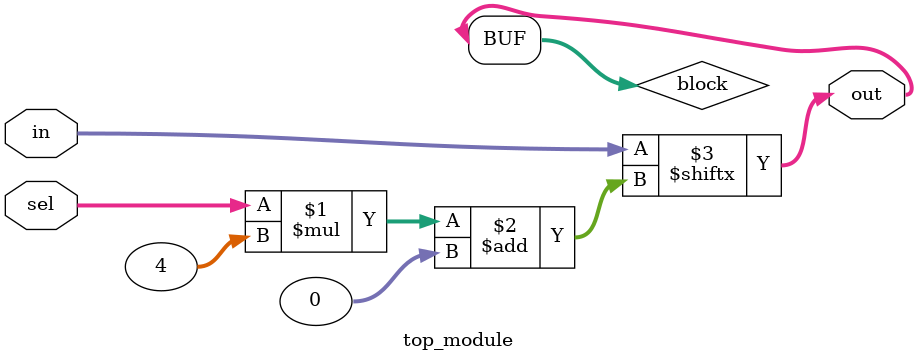
<source format=sv>
module top_module (
    input [1023:0] in,
    input [7:0] sel,
    output [3:0] out
);

    localparam BLOCK_SIZE = 4;
    
    wire [BLOCK_SIZE-1:0] block;
    
    // Calculate the starting index of the 4-bit block based on the selection vector (sel)
    assign block = in[(sel*BLOCK_SIZE) +: BLOCK_SIZE];
    
    // Assign the 4-bit block to the output vector (out)
    assign out = block;

endmodule

</source>
